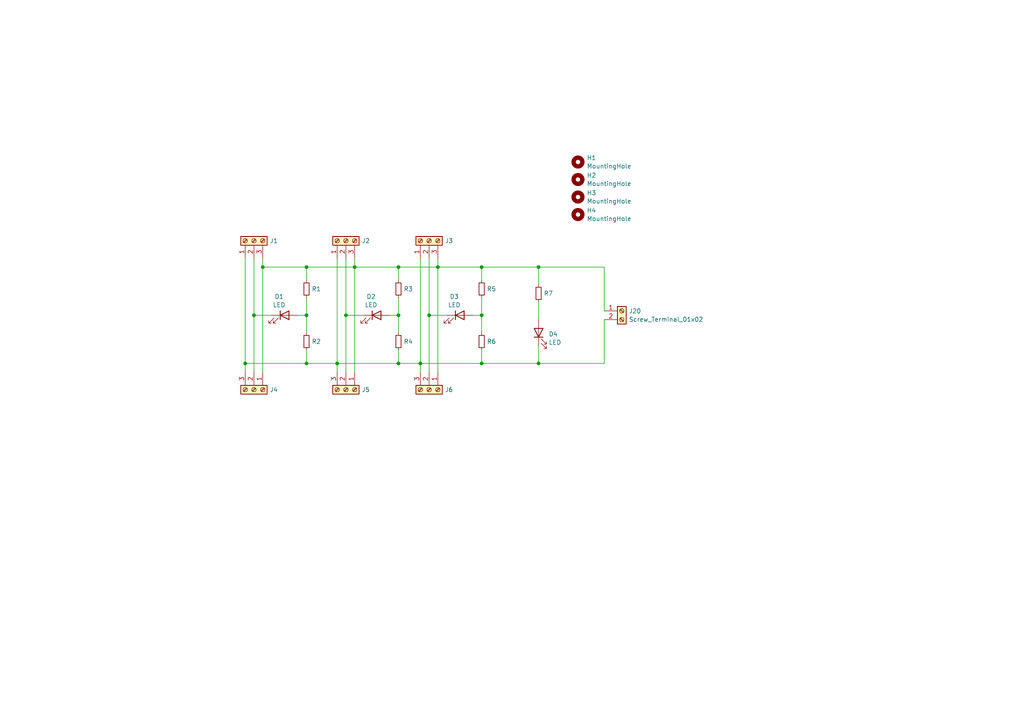
<source format=kicad_sch>
(kicad_sch (version 20231120) (generator "eeschema") (generator_version "8.0")
  (paper "A4")
  (lib_symbols
    (symbol "Connector:Screw_Terminal_01x02" (pin_names (offset 1.016) hide)
      (property "Reference" "J" (at 0 2.54 0))
      (property "Value" "Screw_Terminal_01x02" (at 0 -5.08 0))
      (symbol "Screw_Terminal_01x02_1_1"
        (rectangle (start -1.27 1.27) (end 1.27 -3.81) (stroke (width 0.254)) (fill (type background)))
        (circle (center 0 -2.54) (radius 0.635) (stroke (width 0.1524)))
        (polyline (pts (xy -0.5334 -2.2098) (xy 0.3302 -3.048)) (stroke (width 0.1524)))
        (polyline (pts (xy -0.5334 0.3302) (xy 0.3302 -0.508)) (stroke (width 0.1524)))
        (polyline (pts (xy -0.3556 -2.032) (xy 0.508 -2.8702)) (stroke (width 0.1524)))
        (polyline (pts (xy -0.3556 0.508) (xy 0.508 -0.3302)) (stroke (width 0.1524)))
        (circle (center 0 0) (radius 0.635) (stroke (width 0.1524)))
        (pin passive line (at -5.08 0 0) (length 3.81) (name "Pin_1") (number "1"))
        (pin passive line (at -5.08 -2.54 0) (length 3.81) (name "Pin_2") (number "2"))
      )
    )
    (symbol "Connector:Screw_Terminal_01x03" (pin_names (offset 1.016) hide)
      (property "Reference" "J" (at 0 5.08 0))
      (property "Value" "Screw_Terminal_01x03" (at 0 -5.08 0))
      (symbol "Screw_Terminal_01x03_1_1"
        (rectangle (start -1.27 3.81) (end 1.27 -3.81) (stroke (width 0.254)) (fill (type background)))
        (circle (center 0 -2.54) (radius 0.635) (stroke (width 0.1524)))
        (polyline (pts (xy -0.5334 -2.2098) (xy 0.3302 -3.048)) (stroke (width 0.1524)))
        (polyline (pts (xy -0.5334 0.3302) (xy 0.3302 -0.508)) (stroke (width 0.1524)))
        (polyline (pts (xy -0.5334 2.8702) (xy 0.3302 2.032)) (stroke (width 0.1524)))
        (polyline (pts (xy -0.3556 -2.032) (xy 0.508 -2.8702)) (stroke (width 0.1524)))
        (polyline (pts (xy -0.3556 0.508) (xy 0.508 -0.3302)) (stroke (width 0.1524)))
        (polyline (pts (xy -0.3556 3.048) (xy 0.508 2.2098)) (stroke (width 0.1524)))
        (circle (center 0 0) (radius 0.635) (stroke (width 0.1524)))
        (circle (center 0 2.54) (radius 0.635) (stroke (width 0.1524)))
        (pin passive line (at -5.08 2.54 0) (length 3.81) (name "Pin_1") (number "1"))
        (pin passive line (at -5.08 0 0) (length 3.81) (name "Pin_2") (number "2"))
        (pin passive line (at -5.08 -2.54 0) (length 3.81) (name "Pin_3") (number "3"))
      )
    )
    (symbol "Device:LED" (pin_numbers hide) (pin_names (offset 1.016) hide)
      (property "Reference" "D" (at 0 2.54 0))
      (property "Value" "LED" (at 0 -2.54 0))
      (symbol "LED_0_1"
        (polyline (pts (xy -1.27 -1.27) (xy -1.27 1.27)) (stroke (width 0.254)))
        (polyline (pts (xy -1.27 0) (xy 1.27 0)))
        (polyline (pts (xy 1.27 -1.27) (xy 1.27 1.27) (xy -1.27 0) (xy 1.27 -1.27)) (stroke (width 0.254)))
        (polyline (pts (xy -3.048 -0.762) (xy -4.572 -2.286) (xy -3.81 -2.286) (xy -4.572 -2.286) (xy -4.572 -1.524)))
        (polyline (pts (xy -1.778 -0.762) (xy -3.302 -2.286) (xy -2.54 -2.286) (xy -3.302 -2.286) (xy -3.302 -1.524)))
      )
      (symbol "LED_1_1"
        (pin passive line (at -3.81 0 0) (length 2.54) (name "K") (number "1"))
        (pin passive line (at 3.81 0 180) (length 2.54) (name "A") (number "2"))
      )
    )
    (symbol "Device:R_Small" (pin_numbers hide) (pin_names (offset 0.254) hide)
      (property "Reference" "R" (at 0.762 0.508 0))
      (property "Value" "R_Small" (at 0.762 -1.016 0))
      (symbol "R_Small_0_1"
        (rectangle (start -0.762 1.778) (end 0.762 -1.778) (stroke (width 0.2032)))
      )
      (symbol "R_Small_1_1"
        (pin passive line (at 0 2.54 270) (length 0.762) (name "~") (number "1"))
        (pin passive line (at 0 -2.54 90) (length 0.762) (name "~") (number "2"))
      )
    )
    (symbol "Mechanical:MountingHole" (pin_names (offset 1.016)) (exclude_from_sim yes) (in_bom no)
      (property "Reference" "H" (at 0 5.08 0))
      (property "Value" "MountingHole" (at 0 3.175 0))
      (symbol "MountingHole_0_1"
        (circle (center 0 0) (radius 1.27) (stroke (width 1.27)))
      )
    )
  )
  (junction (at 124.46 91.44))
  (junction (at 115.57 105.41))
  (junction (at 115.57 77.47))
  (junction (at 115.57 91.44))
  (junction (at 156.21 105.41))
  (junction (at 88.9 77.47))
  (junction (at 102.87 77.47))
  (junction (at 88.9 105.41))
  (junction (at 73.66 91.44))
  (junction (at 121.92 105.41))
  (junction (at 71.12 105.41))
  (junction (at 139.7 91.44))
  (junction (at 139.7 105.41))
  (junction (at 127 77.47))
  (junction (at 100.33 91.44))
  (junction (at 156.21 77.47))
  (junction (at 97.79 105.41))
  (junction (at 88.9 91.44))
  (junction (at 139.7 77.47))
  (junction (at 76.2 77.47))
  (wire (pts (xy 86.36 91.44) (xy 88.9 91.44)))
  (wire (pts (xy 121.92 105.41) (xy 139.7 105.41)))
  (wire (pts (xy 115.57 101.6) (xy 115.57 105.41)))
  (wire (pts (xy 124.46 91.44) (xy 129.54 91.44)))
  (wire (pts (xy 156.21 105.41) (xy 175.26 105.41)))
  (wire (pts (xy 175.26 105.41) (xy 175.26 92.71)))
  (wire (pts (xy 139.7 77.47) (xy 156.21 77.47)))
  (wire (pts (xy 121.92 105.41) (xy 121.92 107.95)))
  (wire (pts (xy 71.12 74.93) (xy 71.12 105.41)))
  (wire (pts (xy 88.9 86.36) (xy 88.9 91.44)))
  (wire (pts (xy 113.03 91.44) (xy 115.57 91.44)))
  (wire (pts (xy 88.9 105.41) (xy 97.79 105.41)))
  (wire (pts (xy 139.7 105.41) (xy 156.21 105.41)))
  (wire (pts (xy 115.57 77.47) (xy 127 77.47)))
  (wire (pts (xy 139.7 86.36) (xy 139.7 91.44)))
  (wire (pts (xy 156.21 77.47) (xy 175.26 77.47)))
  (wire (pts (xy 124.46 74.93) (xy 124.46 91.44)))
  (wire (pts (xy 88.9 77.47) (xy 88.9 81.28)))
  (wire (pts (xy 127 74.93) (xy 127 77.47)))
  (wire (pts (xy 115.57 86.36) (xy 115.57 91.44)))
  (wire (pts (xy 73.66 74.93) (xy 73.66 91.44)))
  (wire (pts (xy 73.66 91.44) (xy 73.66 107.95)))
  (wire (pts (xy 156.21 92.71) (xy 156.21 87.63)))
  (wire (pts (xy 100.33 91.44) (xy 100.33 107.95)))
  (wire (pts (xy 139.7 77.47) (xy 139.7 81.28)))
  (wire (pts (xy 115.57 105.41) (xy 121.92 105.41)))
  (wire (pts (xy 121.92 74.93) (xy 121.92 105.41)))
  (wire (pts (xy 71.12 105.41) (xy 71.12 107.95)))
  (wire (pts (xy 102.87 77.47) (xy 88.9 77.47)))
  (wire (pts (xy 100.33 74.93) (xy 100.33 91.44)))
  (wire (pts (xy 100.33 91.44) (xy 105.41 91.44)))
  (wire (pts (xy 156.21 82.55) (xy 156.21 77.47)))
  (wire (pts (xy 88.9 91.44) (xy 88.9 96.52)))
  (wire (pts (xy 137.16 91.44) (xy 139.7 91.44)))
  (wire (pts (xy 139.7 101.6) (xy 139.7 105.41)))
  (wire (pts (xy 88.9 77.47) (xy 76.2 77.47)))
  (wire (pts (xy 156.21 105.41) (xy 156.21 100.33)))
  (wire (pts (xy 102.87 74.93) (xy 102.87 77.47)))
  (wire (pts (xy 115.57 77.47) (xy 115.57 81.28)))
  (wire (pts (xy 102.87 77.47) (xy 115.57 77.47)))
  (wire (pts (xy 102.87 77.47) (xy 102.87 107.95)))
  (wire (pts (xy 97.79 105.41) (xy 115.57 105.41)))
  (wire (pts (xy 76.2 74.93) (xy 76.2 77.47)))
  (wire (pts (xy 175.26 77.47) (xy 175.26 90.17)))
  (wire (pts (xy 73.66 91.44) (xy 78.74 91.44)))
  (wire (pts (xy 115.57 91.44) (xy 115.57 96.52)))
  (wire (pts (xy 88.9 101.6) (xy 88.9 105.41)))
  (wire (pts (xy 97.79 74.93) (xy 97.79 105.41)))
  (wire (pts (xy 139.7 91.44) (xy 139.7 96.52)))
  (wire (pts (xy 127 77.47) (xy 127 107.95)))
  (wire (pts (xy 127 77.47) (xy 139.7 77.47)))
  (wire (pts (xy 97.79 105.41) (xy 97.79 107.95)))
  (wire (pts (xy 76.2 77.47) (xy 76.2 107.95)))
  (wire (pts (xy 71.12 105.41) (xy 88.9 105.41)))
  (wire (pts (xy 124.46 91.44) (xy 124.46 107.95)))
  (symbol (lib_id "Connector:Screw_Terminal_01x03") (at 100.33 113.03 270) (unit 1)
    (property "Reference" "J5" (at 104.902 113.03 90) (effects (justify left)))
    (property "Value" "Screw_Terminal_01x03" (effects (hide yes)))
    (property "Footprint" "TerminalBlock_Phoenix:TerminalBlock_Phoenix_MKDS-1,5-3-5.08_1x03_P5.08mm_Horizontal" (effects (hide yes)))
    (property "Description" "Generic screw terminal, single row, 01x03, script generated (kicad-library-utils/schlib/autogen/connector/)" (effects (hide yes)))
  )
  (symbol (lib_id "Device:R_Small") (at 156.21 85.09 0) (unit 1)
    (property "Reference" "R7" (at 157.7086 85.09 0) (effects (justify left)))
    (property "Value" "R_Small" (effects (hide yes)))
    (property "Footprint" "Resistor_THT:R_Axial_DIN0204_L3.6mm_D1.6mm_P7.62mm_Horizontal" (effects (hide yes)))
    (property "Description" "Resistor, small symbol" (effects (hide yes)))
  )
  (symbol (lib_id "Device:R_Small") (at 139.7 99.06 0) (unit 1)
    (property "Reference" "R6" (at 141.1986 99.06 0) (effects (justify left)))
    (property "Value" "R_Small" (effects (hide yes)))
    (property "Footprint" "Resistor_THT:R_Axial_DIN0204_L3.6mm_D1.6mm_P7.62mm_Horizontal" (effects (hide yes)))
    (property "Description" "Resistor, small symbol" (effects (hide yes)))
  )
  (symbol (lib_id "Connector:Screw_Terminal_01x03") (at 73.66 69.85 90) (unit 1)
    (property "Reference" "J1" (at 78.232 69.85 90) (effects (justify right)))
    (property "Value" "Screw_Terminal_01x03" (effects (hide yes)))
    (property "Footprint" "TerminalBlock_Phoenix:TerminalBlock_Phoenix_MKDS-1,5-3-5.08_1x03_P5.08mm_Horizontal" (effects (hide yes)))
    (property "Description" "Generic screw terminal, single row, 01x03, script generated (kicad-library-utils/schlib/autogen/connector/)" (effects (hide yes)))
  )
  (symbol (lib_id "Mechanical:MountingHole") (at 167.64 46.99 0) (unit 1) (exclude_from_sim yes) (in_bom no)
    (property "Reference" "H1" (at 170.18 45.7778 0) (effects (justify left)))
    (property "Value" "MountingHole" (at 170.18 48.2021 0) (effects (justify left)))
    (property "Footprint" "MountingHole:MountingHole_3.2mm_M3_Pad_Via" (effects (hide yes)))
    (property "Description" "Mounting Hole without connection" (effects (hide yes)))
  )
  (symbol (lib_id "Device:LED") (at 82.55 91.44 0) (unit 1)
    (property "Reference" "D1" (at 80.9625 86.0255 0))
    (property "Value" "LED" (at 80.9625 88.4498 0))
    (property "Footprint" "LED_THT:LED_D5.0mm" (effects (hide yes)))
    (property "Description" "Light emitting diode" (effects (hide yes)))
  )
  (symbol (lib_id "Device:R_Small") (at 88.9 83.82 0) (unit 1)
    (property "Reference" "R1" (at 90.3986 83.82 0) (effects (justify left)))
    (property "Value" "R_Small" (effects (hide yes)))
    (property "Footprint" "Resistor_THT:R_Axial_DIN0204_L3.6mm_D1.6mm_P7.62mm_Horizontal" (effects (hide yes)))
    (property "Description" "Resistor, small symbol" (effects (hide yes)))
  )
  (symbol (lib_id "Device:R_Small") (at 139.7 83.82 0) (unit 1)
    (property "Reference" "R5" (at 141.1986 83.82 0) (effects (justify left)))
    (property "Value" "R_Small" (effects (hide yes)))
    (property "Footprint" "Resistor_THT:R_Axial_DIN0204_L3.6mm_D1.6mm_P7.62mm_Horizontal" (effects (hide yes)))
    (property "Description" "Resistor, small symbol" (effects (hide yes)))
  )
  (symbol (lib_id "Device:LED") (at 156.21 96.52 90) (unit 1)
    (property "Reference" "D4" (at 159.131 96.8953 90) (effects (justify right)))
    (property "Value" "LED" (at 159.131 99.3196 90) (effects (justify right)))
    (property "Footprint" "LED_THT:LED_D5.0mm" (effects (hide yes)))
    (property "Description" "Light emitting diode" (effects (hide yes)))
  )
  (symbol (lib_id "Mechanical:MountingHole") (at 167.64 52.07 0) (unit 1) (exclude_from_sim yes) (in_bom no)
    (property "Reference" "H2" (at 170.18 50.8578 0) (effects (justify left)))
    (property "Value" "MountingHole" (at 170.18 53.2821 0) (effects (justify left)))
    (property "Footprint" "MountingHole:MountingHole_3.2mm_M3_Pad_Via" (effects (hide yes)))
    (property "Description" "Mounting Hole without connection" (effects (hide yes)))
  )
  (symbol (lib_id "Connector:Screw_Terminal_01x03") (at 124.46 69.85 90) (unit 1)
    (property "Reference" "J3" (at 129.032 69.85 90) (effects (justify right)))
    (property "Value" "Screw_Terminal_01x03" (effects (hide yes)))
    (property "Footprint" "TerminalBlock_Phoenix:TerminalBlock_Phoenix_MKDS-1,5-3-5.08_1x03_P5.08mm_Horizontal" (effects (hide yes)))
    (property "Description" "Generic screw terminal, single row, 01x03, script generated (kicad-library-utils/schlib/autogen/connector/)" (effects (hide yes)))
  )
  (symbol (lib_id "Connector:Screw_Terminal_01x03") (at 124.46 113.03 270) (unit 1)
    (property "Reference" "J6" (at 129.032 113.03 90) (effects (justify left)))
    (property "Value" "Screw_Terminal_01x03" (effects (hide yes)))
    (property "Footprint" "TerminalBlock_Phoenix:TerminalBlock_Phoenix_MKDS-1,5-3-5.08_1x03_P5.08mm_Horizontal" (effects (hide yes)))
    (property "Description" "Generic screw terminal, single row, 01x03, script generated (kicad-library-utils/schlib/autogen/connector/)" (effects (hide yes)))
  )
  (symbol (lib_id "Device:LED") (at 133.35 91.44 0) (unit 1)
    (property "Reference" "D3" (at 131.7625 86.0255 0))
    (property "Value" "LED" (at 131.7625 88.4498 0))
    (property "Footprint" "LED_THT:LED_D5.0mm" (effects (hide yes)))
    (property "Description" "Light emitting diode" (effects (hide yes)))
  )
  (symbol (lib_id "Connector:Screw_Terminal_01x02") (at 180.34 90.17 0) (unit 1)
    (property "Reference" "J20" (at 182.372 90.2278 0) (effects (justify left)))
    (property "Value" "Screw_Terminal_01x02" (at 182.372 92.6521 0) (effects (justify left)))
    (property "Footprint" "TerminalBlock_Phoenix:TerminalBlock_Phoenix_MKDS-1,5-2-5.08_1x02_P5.08mm_Horizontal" (effects (hide yes)))
    (property "Description" "Generic screw terminal, single row, 01x02, script generated (kicad-library-utils/schlib/autogen/connector/)" (effects (hide yes)))
  )
  (symbol (lib_id "Mechanical:MountingHole") (at 167.64 62.23 0) (unit 1) (exclude_from_sim yes) (in_bom no)
    (property "Reference" "H4" (at 170.18 61.0178 0) (effects (justify left)))
    (property "Value" "MountingHole" (at 170.18 63.4421 0) (effects (justify left)))
    (property "Footprint" "MountingHole:MountingHole_3.2mm_M3_Pad_Via" (effects (hide yes)))
    (property "Description" "Mounting Hole without connection" (effects (hide yes)))
  )
  (symbol (lib_id "Mechanical:MountingHole") (at 167.64 57.15 0) (unit 1) (exclude_from_sim yes) (in_bom no)
    (property "Reference" "H3" (at 170.18 55.9378 0) (effects (justify left)))
    (property "Value" "MountingHole" (at 170.18 58.3621 0) (effects (justify left)))
    (property "Footprint" "MountingHole:MountingHole_3.2mm_M3_Pad_Via" (effects (hide yes)))
    (property "Description" "Mounting Hole without connection" (effects (hide yes)))
  )
  (symbol (lib_id "Connector:Screw_Terminal_01x03") (at 100.33 69.85 90) (unit 1)
    (property "Reference" "J2" (at 104.902 69.85 90) (effects (justify right)))
    (property "Value" "Screw_Terminal_01x03" (effects (hide yes)))
    (property "Footprint" "TerminalBlock_Phoenix:TerminalBlock_Phoenix_MKDS-1,5-3-5.08_1x03_P5.08mm_Horizontal" (effects (hide yes)))
    (property "Description" "Generic screw terminal, single row, 01x03, script generated (kicad-library-utils/schlib/autogen/connector/)" (effects (hide yes)))
  )
  (symbol (lib_id "Device:R_Small") (at 115.57 99.06 0) (unit 1)
    (property "Reference" "R4" (at 117.0686 99.06 0) (effects (justify left)))
    (property "Value" "R_Small" (effects (hide yes)))
    (property "Footprint" "Resistor_THT:R_Axial_DIN0204_L3.6mm_D1.6mm_P7.62mm_Horizontal" (effects (hide yes)))
    (property "Description" "Resistor, small symbol" (effects (hide yes)))
  )
  (symbol (lib_id "Device:LED") (at 109.22 91.44 0) (unit 1)
    (property "Reference" "D2" (at 107.6325 86.0255 0))
    (property "Value" "LED" (at 107.6325 88.4498 0))
    (property "Footprint" "LED_THT:LED_D5.0mm" (effects (hide yes)))
    (property "Description" "Light emitting diode" (effects (hide yes)))
  )
  (symbol (lib_id "Device:R_Small") (at 88.9 99.06 0) (unit 1)
    (property "Reference" "R2" (at 90.3986 99.06 0) (effects (justify left)))
    (property "Value" "R_Small" (effects (hide yes)))
    (property "Footprint" "Resistor_THT:R_Axial_DIN0204_L3.6mm_D1.6mm_P7.62mm_Horizontal" (effects (hide yes)))
    (property "Description" "Resistor, small symbol" (effects (hide yes)))
  )
  (symbol (lib_id "Connector:Screw_Terminal_01x03") (at 73.66 113.03 270) (unit 1)
    (property "Reference" "J4" (at 78.232 113.03 90) (effects (justify left)))
    (property "Value" "Screw_Terminal_01x03" (effects (hide yes)))
    (property "Footprint" "TerminalBlock_Phoenix:TerminalBlock_Phoenix_MKDS-1,5-3-5.08_1x03_P5.08mm_Horizontal" (effects (hide yes)))
    (property "Description" "Generic screw terminal, single row, 01x03, script generated (kicad-library-utils/schlib/autogen/connector/)" (effects (hide yes)))
  )
  (symbol (lib_id "Device:R_Small") (at 115.57 83.82 0) (unit 1)
    (property "Reference" "R3" (at 117.0686 83.82 0) (effects (justify left)))
    (property "Value" "R_Small" (effects (hide yes)))
    (property "Footprint" "Resistor_THT:R_Axial_DIN0204_L3.6mm_D1.6mm_P7.62mm_Horizontal" (effects (hide yes)))
    (property "Description" "Resistor, small symbol" (effects (hide yes)))
  )
)
</source>
